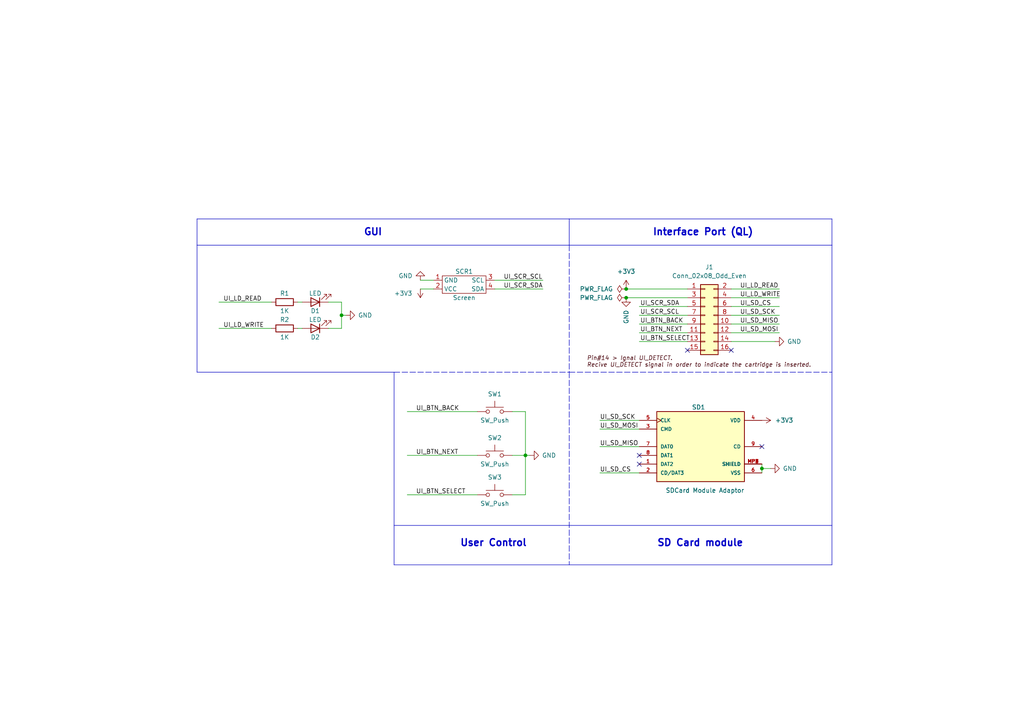
<source format=kicad_sch>
(kicad_sch (version 20230121) (generator eeschema)
  (paper "A4")
  (title_block (title "Cartridge MicroDrivePico") (date "2023-11-19") (rev "1.2") (comment 1 "Original Designer: Dr. Gusman") (comment 2 "Modified by: Popopo") (comment 3 "This is the cartridge need to work as replacement of MicroDrives.") (comment 4 "It only works with MicroDrivePico driver."))
  (lib_symbols
    (symbol "CartridgeComponents:Screen"
      (property "Reference" "SCR" (at 0 6.35 0))
      (property "Value" "Screen" (at 0 8.89 0))
      (symbol "Screen_0_1"
        (rectangle (start -6.35 2.54) (end 6.35 -2.54))
      )
      (symbol "Screen_1_1"
        (pin passive line (at -8.89 1.27 0) (length 2.54) (name "GND") (number "1"))
        (pin passive line (at -8.89 -1.27 0) (length 2.54) (name "VCC") (number "2"))
        (pin input line (at 8.89 1.27 180) (length 2.54) (name "SCL") (number "3"))
        (pin bidirectional line (at 8.89 -1.27 180) (length 2.54) (name "SDA") (number "4"))
      )
    )
    (symbol "CartridgeComponents:TF-01A" (pin_names (offset 1.016))
      (property "Reference" "MICRO_SD" (at -12.7 10.795 0))
      (property "Value" "TF-01A" (at -12.7 -12.7 0))
      (symbol "TF-01A_0_0"
        (rectangle (start -12.7 -10.16) (end 12.7 10.16) (stroke (width 0.254)) (fill (type background)))
        (pin bidirectional line (at -17.78 -5.08 0) (length 5.08) (name "DAT2") (number "1"))
        (pin bidirectional line (at -17.78 -7.62 0) (length 5.08) (name "CD/DAT3") (number "2"))
        (pin bidirectional line (at -17.78 5.08 0) (length 5.08) (name "CMD") (number "3"))
        (pin power_in line (at 17.78 7.62 180) (length 5.08) (name "VDD") (number "4"))
        (pin bidirectional clock (at -17.78 7.62 0) (length 5.08) (name "CLK") (number "5"))
        (pin power_in line (at 17.78 -7.62 180) (length 5.08) (name "VSS") (number "6"))
        (pin bidirectional line (at -17.78 0 0) (length 5.08) (name "DAT0") (number "7"))
        (pin bidirectional line (at -17.78 -2.54 0) (length 5.08) (name "DAT1") (number "8"))
        (pin power_in line (at 17.78 -5.08 180) (length 5.08) (name "SHIELD") (number "MP1"))
        (pin power_in line (at 17.78 -5.08 180) (length 5.08) (name "SHIELD") (number "MP2"))
        (pin power_in line (at 17.78 -5.08 180) (length 5.08) (name "SHIELD") (number "MP3"))
        (pin power_in line (at 17.78 -5.08 180) (length 5.08) (name "SHIELD") (number "MP4"))
      )
      (symbol "TF-01A_1_0"
        (pin passive line (at 17.78 0 180) (length 5.08) (name "CD") (number "9"))
      )
    )
    (symbol "Connector_Generic:Conn_02x08_Odd_Even" (pin_names (offset 1.016) hide)
      (property "Reference" "J" (at 1.27 10.16 0))
      (property "Value" "Conn_02x08_Odd_Even" (at 1.27 -12.7 0))
      (symbol "Conn_02x08_Odd_Even_1_1"
        (rectangle (start -1.27 -10.033) (end 0 -10.287) (stroke (width 0.1524)))
        (rectangle (start -1.27 -7.493) (end 0 -7.747) (stroke (width 0.1524)))
        (rectangle (start -1.27 -4.953) (end 0 -5.207) (stroke (width 0.1524)))
        (rectangle (start -1.27 -2.413) (end 0 -2.667) (stroke (width 0.1524)))
        (rectangle (start -1.27 0.127) (end 0 -0.127) (stroke (width 0.1524)))
        (rectangle (start -1.27 2.667) (end 0 2.413) (stroke (width 0.1524)))
        (rectangle (start -1.27 5.207) (end 0 4.953) (stroke (width 0.1524)))
        (rectangle (start -1.27 7.747) (end 0 7.493) (stroke (width 0.1524)))
        (rectangle (start -1.27 8.89) (end 3.81 -11.43) (stroke (width 0.254)) (fill (type background)))
        (rectangle (start 3.81 -10.033) (end 2.54 -10.287) (stroke (width 0.1524)))
        (rectangle (start 3.81 -7.493) (end 2.54 -7.747) (stroke (width 0.1524)))
        (rectangle (start 3.81 -4.953) (end 2.54 -5.207) (stroke (width 0.1524)))
        (rectangle (start 3.81 -2.413) (end 2.54 -2.667) (stroke (width 0.1524)))
        (rectangle (start 3.81 0.127) (end 2.54 -0.127) (stroke (width 0.1524)))
        (rectangle (start 3.81 2.667) (end 2.54 2.413) (stroke (width 0.1524)))
        (rectangle (start 3.81 5.207) (end 2.54 4.953) (stroke (width 0.1524)))
        (rectangle (start 3.81 7.747) (end 2.54 7.493) (stroke (width 0.1524)))
        (pin passive line (at -5.08 7.62 0) (length 3.81) (name "Pin_1") (number "1"))
        (pin passive line (at 7.62 -2.54 180) (length 3.81) (name "Pin_10") (number "10"))
        (pin passive line (at -5.08 -5.08 0) (length 3.81) (name "Pin_11") (number "11"))
        (pin passive line (at 7.62 -5.08 180) (length 3.81) (name "Pin_12") (number "12"))
        (pin passive line (at -5.08 -7.62 0) (length 3.81) (name "Pin_13") (number "13"))
        (pin passive line (at 7.62 -7.62 180) (length 3.81) (name "Pin_14") (number "14"))
        (pin passive line (at -5.08 -10.16 0) (length 3.81) (name "Pin_15") (number "15"))
        (pin passive line (at 7.62 -10.16 180) (length 3.81) (name "Pin_16") (number "16"))
        (pin passive line (at 7.62 7.62 180) (length 3.81) (name "Pin_2") (number "2"))
        (pin passive line (at -5.08 5.08 0) (length 3.81) (name "Pin_3") (number "3"))
        (pin passive line (at 7.62 5.08 180) (length 3.81) (name "Pin_4") (number "4"))
        (pin passive line (at -5.08 2.54 0) (length 3.81) (name "Pin_5") (number "5"))
        (pin passive line (at 7.62 2.54 180) (length 3.81) (name "Pin_6") (number "6"))
        (pin passive line (at -5.08 0 0) (length 3.81) (name "Pin_7") (number "7"))
        (pin passive line (at 7.62 0 180) (length 3.81) (name "Pin_8") (number "8"))
        (pin passive line (at -5.08 -2.54 0) (length 3.81) (name "Pin_9") (number "9"))
      )
    )
    (symbol "Device:LED" (pin_numbers hide) (pin_names (offset 1.016) hide)
      (property "Reference" "D" (at 0 2.54 0))
      (property "Value" "LED" (at 0 -2.54 0))
      (symbol "LED_0_1"
        (polyline (pts (xy -1.27 -1.27) (xy -1.27 1.27)) (stroke (width 0.254)))
        (polyline (pts (xy -1.27 0) (xy 1.27 0)))
        (polyline (pts (xy 1.27 -1.27) (xy 1.27 1.27) (xy -1.27 0) (xy 1.27 -1.27)) (stroke (width 0.254)))
        (polyline (pts (xy -3.048 -0.762) (xy -4.572 -2.286) (xy -3.81 -2.286) (xy -4.572 -2.286) (xy -4.572 -1.524)))
        (polyline (pts (xy -1.778 -0.762) (xy -3.302 -2.286) (xy -2.54 -2.286) (xy -3.302 -2.286) (xy -3.302 -1.524)))
      )
      (symbol "LED_1_1"
        (pin passive line (at -3.81 0 0) (length 2.54) (name "K") (number "1"))
        (pin passive line (at 3.81 0 180) (length 2.54) (name "A") (number "2"))
      )
    )
    (symbol "Device:R" (pin_numbers hide) (pin_names (offset 0))
      (property "Reference" "R" (at 2.032 0 90))
      (property "Value" "R" (at 0 0 90))
      (symbol "R_0_1"
        (rectangle (start -1.016 -2.54) (end 1.016 2.54) (stroke (width 0.254)))
      )
      (symbol "R_1_1"
        (pin passive line (at 0 3.81 270) (length 1.27) (name "~") (number "1"))
        (pin passive line (at 0 -3.81 90) (length 1.27) (name "~") (number "2"))
      )
    )
    (symbol "PCM_4ms_Power-symbol:PWR_FLAG" (power) (pin_numbers hide) (pin_names (offset 0) hide)
      (property "Value" "PWR_FLAG" (at 0 3.81 0))
      (symbol "PWR_FLAG_0_0"
        (pin power_out line (at 0 0 90) (length 0) (name "pwr") (number "1"))
      )
      (symbol "PWR_FLAG_0_1"
        (polyline (pts (xy 0 0) (xy 0 1.27) (xy -1.016 1.905) (xy 0 2.54) (xy 1.016 1.905) (xy 0 1.27)))
      )
    )
    (symbol "Switch:SW_Push" (pin_numbers hide) (pin_names (offset 1.016) hide)
      (property "Reference" "SW" (at 1.27 2.54 0))
      (property "Value" "SW_Push" (at 0 -1.524 0))
      (symbol "SW_Push_0_1"
        (circle (center -2.032 0) (radius 0.508))
        (polyline (pts (xy 0 1.27) (xy 0 3.048)))
        (polyline (pts (xy 2.54 1.27) (xy -2.54 1.27)))
        (circle (center 2.032 0) (radius 0.508))
        (pin passive line (at -5.08 0 0) (length 2.54) (name "1") (number "1"))
        (pin passive line (at 5.08 0 180) (length 2.54) (name "2") (number "2"))
      )
    )
    (symbol "power:+3V3" (power) (pin_names (offset 0))
      (property "Value" "+3V3" (at 0 3.556 0))
      (symbol "+3V3_0_1"
        (polyline (pts (xy -0.762 1.27) (xy 0 2.54)))
        (polyline (pts (xy 0 0) (xy 0 2.54)))
        (polyline (pts (xy 0 2.54) (xy 0.762 1.27)))
      )
      (symbol "+3V3_1_1"
        (pin power_in line (at 0 0 90) (length 0) hide (name "+3V3") (number "1"))
      )
    )
    (symbol "power:GND" (power) (pin_names (offset 0))
      (property "Value" "GND" (at 0 -3.81 0))
      (symbol "GND_0_1"
        (polyline (pts (xy 0 0) (xy 0 -1.27) (xy 1.27 -1.27) (xy 0 -2.54) (xy -1.27 -1.27) (xy 0 -1.27)))
      )
      (symbol "GND_1_1"
        (pin power_in line (at 0 0 270) (length 0) hide (name "GND") (number "1"))
      )
    )
  )
  (junction (at 181.61 83.82))
  (junction (at 181.61 86.36))
  (junction (at 220.98 135.89))
  (junction (at 99.06 91.44))
  (junction (at 152.4 132.08))
  (no_connect (at 212.09 101.6))
  (no_connect (at 185.42 134.62))
  (no_connect (at 199.39 101.6))
  (no_connect (at 220.98 129.54))
  (no_connect (at 185.42 132.08))
  (wire (pts (xy 121.92 81.28) (xy 125.73 81.28)))
  (polyline (pts (xy 241.3 63.5) (xy 241.3 71.12)) (stroke (width 0) (type solid)))
  (wire (pts (xy 125.73 83.82) (xy 121.92 83.82)))
  (polyline (pts (xy 165.1 152.4) (xy 241.3 152.4)) (stroke (width 0) (type solid)))
  (polyline (pts (xy 165.1 107.95) (xy 241.3 107.95)) (stroke (width 0) (type dash)))
  (polyline (pts (xy 57.15 71.12) (xy 241.3 71.12)))
  (wire (pts (xy 118.11 119.38) (xy 138.43 119.38)))
  (wire (pts (xy 148.59 132.08) (xy 152.4 132.08)))
  (wire (pts (xy 220.98 134.62) (xy 220.98 135.89)))
  (wire (pts (xy 148.59 119.38) (xy 152.4 119.38)))
  (wire (pts (xy 152.4 143.51) (xy 148.59 143.51)))
  (wire (pts (xy 87.63 87.63) (xy 86.36 87.63)))
  (polyline (pts (xy 165.1 71.12) (xy 165.1 63.5)) (stroke (width 0) (type solid)))
  (wire (pts (xy 173.99 137.16) (xy 185.42 137.16)))
  (wire (pts (xy 181.61 86.36) (xy 199.39 86.36)))
  (wire (pts (xy 173.99 121.92) (xy 185.42 121.92)))
  (wire (pts (xy 99.06 95.25) (xy 95.25 95.25)))
  (wire (pts (xy 212.09 83.82) (xy 226.06 83.82)))
  (wire (pts (xy 173.99 129.54) (xy 185.42 129.54)))
  (wire (pts (xy 153.67 132.08) (xy 152.4 132.08)))
  (wire (pts (xy 118.11 143.51) (xy 138.43 143.51)))
  (polyline (pts (xy 57.15 63.5) (xy 165.1 63.5)))
  (wire (pts (xy 99.06 91.44) (xy 99.06 95.25)))
  (wire (pts (xy 63.5 95.25) (xy 78.74 95.25)))
  (wire (pts (xy 99.06 91.44) (xy 99.06 87.63)))
  (wire (pts (xy 152.4 119.38) (xy 152.4 132.08)))
  (wire (pts (xy 143.51 81.28) (xy 157.48 81.28)))
  (wire (pts (xy 223.52 135.89) (xy 220.98 135.89)))
  (polyline (pts (xy 114.3 107.95) (xy 165.1 107.95)) (stroke (width 0) (type dash)))
  (polyline (pts (xy 57.15 63.5) (xy 57.15 107.95)))
  (wire (pts (xy 185.42 96.52) (xy 199.39 96.52)))
  (polyline (pts (xy 165.1 107.95) (xy 165.1 163.83)) (stroke (width 0) (type dash)))
  (wire (pts (xy 212.09 88.9) (xy 226.06 88.9)))
  (wire (pts (xy 99.06 91.44) (xy 100.33 91.44)))
  (polyline (pts (xy 114.3 107.95) (xy 114.3 163.83)))
  (wire (pts (xy 63.5 87.63) (xy 78.74 87.63)))
  (wire (pts (xy 212.09 91.44) (xy 226.06 91.44)))
  (wire (pts (xy 152.4 132.08) (xy 152.4 143.51)))
  (wire (pts (xy 212.09 99.06) (xy 224.79 99.06)))
  (polyline (pts (xy 57.15 107.95) (xy 114.3 107.95)))
  (wire (pts (xy 143.51 83.82) (xy 157.48 83.82)))
  (wire (pts (xy 220.98 135.89) (xy 220.98 137.16)))
  (polyline (pts (xy 241.3 71.12) (xy 241.3 163.83)))
  (wire (pts (xy 212.09 96.52) (xy 226.06 96.52)))
  (wire (pts (xy 212.09 93.98) (xy 226.06 93.98)))
  (wire (pts (xy 181.61 83.82) (xy 199.39 83.82)))
  (wire (pts (xy 185.42 88.9) (xy 199.39 88.9)))
  (wire (pts (xy 185.42 91.44) (xy 199.39 91.44)))
  (wire (pts (xy 87.63 95.25) (xy 86.36 95.25)))
  (wire (pts (xy 118.11 132.08) (xy 138.43 132.08)))
  (wire (pts (xy 185.42 93.98) (xy 199.39 93.98)))
  (polyline (pts (xy 165.1 63.5) (xy 241.3 63.5)) (stroke (width 0) (type solid)))
  (polyline (pts (xy 114.3 163.83) (xy 241.3 163.83)))
  (wire (pts (xy 95.25 87.63) (xy 99.06 87.63)))
  (polyline (pts (xy 165.1 71.12) (xy 165.1 107.95)) (stroke (width 0) (type dash)))
  (wire (pts (xy 173.99 124.46) (xy 185.42 124.46)))
  (polyline (pts (xy 114.3 152.4) (xy 165.1 152.4)))
  (wire (pts (xy 212.09 86.36) (xy 226.06 86.36)))
  (wire (pts (xy 185.42 99.06) (xy 199.39 99.06)))
  (text "GUI" (at 105.41 68.58 0) (effects (font (size 2 2) (thickness 0.4) bold) (justify left bottom)))
  (text "Pin#14 > Ignal UI_DETECT.\nRecive UI_DETECT signal in order to indicate the cartridge is inserted." (at 170.18 106.68 0) (effects (font (size 1.2 1.2) italic) (justify left bottom)))
  (text "Interface Port (QL)" (at 189.23 68.58 0) (effects (font (size 2 2) (thickness 0.4) bold) (justify left bottom)))
  (text "User Control\n" (at 133.35 158.75 0) (effects (font (size 2 2) (thickness 0.4) bold) (justify left bottom)))
  (text "SD Card module" (at 190.5 158.75 0) (effects (font (size 2 2) (thickness 0.4) bold) (justify left bottom)))
  (label "UI_SD_MOSI" (at 214.63 96.52 0))
  (label "UI_SD_CS" (at 173.99 137.16 0))
  (label "UI_LD_READ" (at 64.77 87.63 0))
  (label "UI_BTN_SELECT" (at 120.65 143.51 0))
  (label "UI_SD_MISO" (at 214.63 93.98 0))
  (label "UI_BTN_BACK" (at 185.674 93.98 0))
  (label "UI_SCR_SCL" (at 146.05 81.28 0))
  (label "UI_BTN_SELECT" (at 185.674 99.06 0))
  (label "UI_SCR_SDA" (at 146.05 83.82 0))
  (label "UI_SD_MISO" (at 173.99 129.54 0))
  (label "UI_SD_CS" (at 214.63 88.9 0))
  (label "UI_LD_WRITE" (at 214.63 86.36 0))
  (label "UI_BTN_NEXT" (at 185.674 96.52 0))
  (label "UI_LD_WRITE" (at 64.77 95.25 0))
  (label "UI_BTN_NEXT" (at 120.65 132.08 0))
  (label "UI_LD_READ" (at 214.63 83.82 0))
  (label "UI_BTN_BACK" (at 120.65 119.38 0))
  (label "UI_SD_SCK" (at 214.63 91.44 0))
  (label "UI_SCR_SCL" (at 185.674 91.44 0))
  (label "UI_SCR_SDA" (at 185.674 88.9 0))
  (label "UI_SD_SCK" (at 173.99 121.92 0))
  (label "UI_SD_MOSI" (at 173.99 124.46 0))
  (symbol (lib_id "power:GND") (at 224.79 99.06 90) (mirror x) (unit 1)
    (property "Reference" "#PWR0109" (effects hide))
    (property "Value" "GND" (at 232.41 99.06 90) (effects (justify left)))
  )
  (symbol (lib_id "Device:R") (at 82.55 87.63 90) (unit 1)
    (property "Reference" "R1" (at 82.55 85.09 90))
    (property "Value" "1K" (at 82.55 90.17 90))
    (property "Footprint" "Resistor_SMD:R_0603_1608Metric" (effects hide))
  )
  (symbol (lib_id "power:+3V3") (at 220.98 121.92 270) (unit 1)
    (property "Reference" "#PWR02" (effects hide))
    (property "Value" "+3V3" (at 224.79 121.92 90) (effects (justify left)))
  )
  (symbol (lib_id "power:GND") (at 181.61 86.36 0) (mirror y) (unit 1)
    (property "Reference" "#PWR0102" (effects hide))
    (property "Value" "GND" (at 181.61 93.98 90) (effects (justify left)))
  )
  (symbol (lib_id "Device:R") (at 82.55 95.25 90) (unit 1)
    (property "Reference" "R2" (at 82.55 92.71 90))
    (property "Value" "1K" (at 82.55 97.79 90))
    (property "Footprint" "Resistor_SMD:R_0603_1608Metric" (effects hide))
  )
  (symbol (lib_id "Switch:SW_Push") (at 143.51 143.51 0) (unit 1)
    (property "Reference" "SW3" (at 143.51 138.43 0))
    (property "Value" "SW_Push" (at 143.51 146.05 0))
    (property "Footprint" "Button_Switch_SMD:SW_SPST_PTS645" (effects hide))
  )
  (symbol (lib_id "Device:LED") (at 91.44 95.25 180) (unit 1)
    (property "Reference" "D2" (at 91.44 97.79 0))
    (property "Value" "LED" (at 91.44 92.71 0))
    (property "Footprint" "LED_THT:LED_D3.0mm" (effects hide))
  )
  (symbol (lib_id "Switch:SW_Push") (at 143.51 132.08 0) (unit 1)
    (property "Reference" "SW2" (at 143.51 127 0))
    (property "Value" "SW_Push" (at 143.51 134.62 0))
    (property "Footprint" "Button_Switch_SMD:SW_SPST_PTS645" (effects hide))
  )
  (symbol (lib_id "PCM_4ms_Power-symbol:PWR_FLAG") (at 181.61 86.36 90) (unit 1)
    (property "Reference" "#FLG01" (effects hide))
    (property "Value" "PWR_FLAG" (at 177.8 86.36 90) (effects (justify left)))
  )
  (symbol (lib_id "power:+3V3") (at 181.61 83.82 0) (unit 1)
    (property "Reference" "#PWR0101" (effects hide))
    (property "Value" "+3V3" (at 181.61 78.74 0))
  )
  (symbol (lib_id "power:GND") (at 100.33 91.44 90) (mirror x) (unit 1)
    (property "Reference" "#PWR0108" (effects hide))
    (property "Value" "GND" (at 107.95 91.44 90) (effects (justify left)))
  )
  (symbol (lib_id "Switch:SW_Push") (at 143.51 119.38 0) (unit 1)
    (property "Reference" "SW1" (at 143.51 114.3 0))
    (property "Value" "SW_Push" (at 143.51 121.92 0))
    (property "Footprint" "Button_Switch_SMD:SW_SPST_PTS645" (effects hide))
  )
  (symbol (lib_id "power:+3V3") (at 121.92 83.82 180) (unit 1)
    (property "Reference" "#PWR0104" (effects hide))
    (property "Value" "+3V3" (at 114.3 85.09 0) (effects (justify right)))
  )
  (symbol (lib_id "Device:LED") (at 91.44 87.63 180) (unit 1)
    (property "Reference" "D1" (at 91.44 90.17 0))
    (property "Value" "LED" (at 91.44 85.09 0))
    (property "Footprint" "LED_THT:LED_D3.0mm" (effects hide))
  )
  (symbol (lib_id "CartridgeComponents:TF-01A") (at 203.2 129.54 0) (unit 1)
    (property "Reference" "SD1" (at 200.66 118.11 0) (effects (justify left)))
    (property "Value" "SDCard Module Adaptor" (at 193.04 142.24 0) (effects (justify left)))
    (property "Footprint" "MicroPicoDrive_Cartridge:SDCard_Module_changed" (effects hide))
    (property "Description" "\nStandard Card Edge Connectors\n" (effects hide))
    (property "Package" "Package" (effects hide))
    (property "MP" "TF-01A" (effects hide))
    (property "MANUFACTURER" "SUNTECH" (effects hide))
    (property "MF" "HRO Electronics Co., Ltd." (effects hide))
    (property "Price" "None" (effects hide))
    (property "SnapEDA_Link" "https://www.snapeda.com/parts/TF-01A/HRO+Electronics+Co.%252C+Ltd./view-part/?ref=snap" (effects hide))
    (property "Availability" "Not in stock" (effects hide))
    (property "Check_prices" "https://www.snapeda.com/parts/TF-01A/HRO+Electronics+Co.%252C+Ltd./view-part/?ref=eda" (effects hide))
  )
  (symbol (lib_id "PCM_4ms_Power-symbol:PWR_FLAG") (at 181.61 83.82 90) (unit 1)
    (property "Reference" "#FLG02" (effects hide))
    (property "Value" "PWR_FLAG" (at 177.8 83.82 90) (effects (justify left)))
  )
  (symbol (lib_id "power:GND") (at 121.92 81.28 0) (mirror x) (unit 1)
    (property "Reference" "#PWR0106" (effects hide))
    (property "Value" "GND" (at 115.57 80.01 0) (effects (justify left)))
  )
  (symbol (lib_id "power:GND") (at 223.52 135.89 90) (mirror x) (unit 1)
    (property "Reference" "#PWR01" (effects hide))
    (property "Value" "GND" (at 231.14 135.89 90) (effects (justify left)))
  )
  (symbol (lib_id "CartridgeComponents:Screen") (at 134.62 82.55 0) (unit 1)
    (property "Reference" "SCR1" (at 134.62 78.74 0))
    (property "Value" "Screen" (at 134.62 86.36 0))
    (property "Footprint" "MicroPicoDrive_Cartridge:Screen" (effects hide))
  )
  (symbol (lib_id "Connector_Generic:Conn_02x08_Odd_Even") (at 204.47 91.44 0) (unit 1)
    (property "Reference" "J1" (at 205.74 77.47 0))
    (property "Value" "Conn_02x08_Odd_Even" (at 205.74 80.01 0))
    (property "Footprint" "MicroPicoDrive_Cartridge:Edge" (effects hide))
  )
  (symbol (lib_id "power:GND") (at 153.67 132.08 90) (mirror x) (unit 1)
    (property "Reference" "#PWR0103" (effects hide))
    (property "Value" "GND" (at 161.29 132.08 90) (effects (justify left)))
  )
)
</source>
